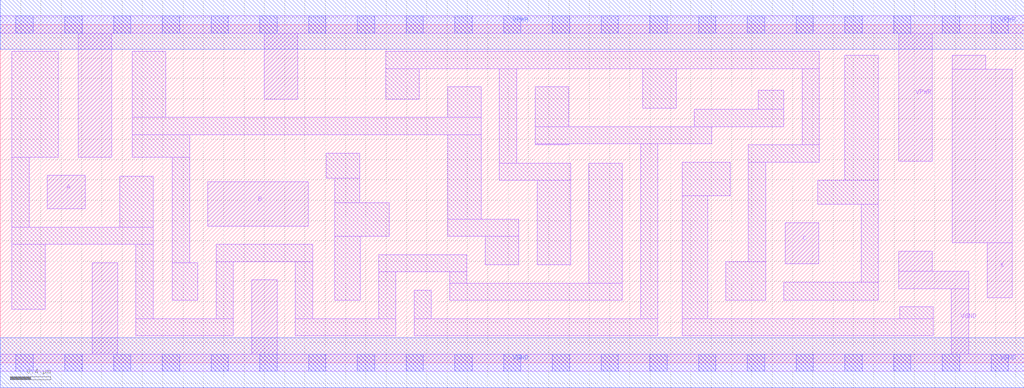
<source format=lef>
# Copyright 2020 The SkyWater PDK Authors
#
# Licensed under the Apache License, Version 2.0 (the "License");
# you may not use this file except in compliance with the License.
# You may obtain a copy of the License at
#
#     https://www.apache.org/licenses/LICENSE-2.0
#
# Unless required by applicable law or agreed to in writing, software
# distributed under the License is distributed on an "AS IS" BASIS,
# WITHOUT WARRANTIES OR CONDITIONS OF ANY KIND, either express or implied.
# See the License for the specific language governing permissions and
# limitations under the License.
#
# SPDX-License-Identifier: Apache-2.0

VERSION 5.7 ;
  NAMESCASESENSITIVE ON ;
  NOWIREEXTENSIONATPIN ON ;
  DIVIDERCHAR "/" ;
  BUSBITCHARS "[]" ;
UNITS
  DATABASE MICRONS 200 ;
END UNITS
MACRO sky130_fd_sc_lp__xnor3_lp
  CLASS CORE ;
  SOURCE USER ;
  FOREIGN sky130_fd_sc_lp__xnor3_lp ;
  ORIGIN  0.000000  0.000000 ;
  SIZE  10.08000 BY  3.330000 ;
  SYMMETRY X Y R90 ;
  SITE unit ;
  PIN A
    ANTENNAGATEAREA  0.376000 ;
    DIRECTION INPUT ;
    USE SIGNAL ;
    PORT
      LAYER li1 ;
        RECT 0.465000 1.515000 0.835000 1.845000 ;
    END
  END A
  PIN B
    ANTENNAGATEAREA  1.002000 ;
    DIRECTION INPUT ;
    USE SIGNAL ;
    PORT
      LAYER li1 ;
        RECT 2.045000 1.345000 3.030000 1.780000 ;
    END
  END B
  PIN C
    ANTENNAGATEAREA  0.689000 ;
    DIRECTION INPUT ;
    USE SIGNAL ;
    PORT
      LAYER li1 ;
        RECT 7.730000 0.975000 8.060000 1.380000 ;
    END
  END C
  PIN X
    ANTENNADIFFAREA  0.404700 ;
    DIRECTION OUTPUT ;
    USE SIGNAL ;
    PORT
      LAYER li1 ;
        RECT 9.375000 1.180000 9.965000 2.890000 ;
        RECT 9.375000 2.890000 9.705000 3.025000 ;
        RECT 9.715000 0.640000 9.965000 1.180000 ;
    END
  END X
  PIN VGND
    DIRECTION INOUT ;
    USE GROUND ;
    PORT
      LAYER li1 ;
        RECT 0.000000 -0.085000 10.080000 0.085000 ;
        RECT 0.905000  0.085000  1.155000 0.985000 ;
        RECT 2.475000  0.085000  2.725000 0.815000 ;
        RECT 8.845000  0.730000  9.535000 0.900000 ;
        RECT 8.845000  0.900000  9.175000 1.100000 ;
        RECT 9.365000  0.085000  9.535000 0.730000 ;
      LAYER mcon ;
        RECT 0.155000 -0.085000 0.325000 0.085000 ;
        RECT 0.635000 -0.085000 0.805000 0.085000 ;
        RECT 1.115000 -0.085000 1.285000 0.085000 ;
        RECT 1.595000 -0.085000 1.765000 0.085000 ;
        RECT 2.075000 -0.085000 2.245000 0.085000 ;
        RECT 2.555000 -0.085000 2.725000 0.085000 ;
        RECT 3.035000 -0.085000 3.205000 0.085000 ;
        RECT 3.515000 -0.085000 3.685000 0.085000 ;
        RECT 3.995000 -0.085000 4.165000 0.085000 ;
        RECT 4.475000 -0.085000 4.645000 0.085000 ;
        RECT 4.955000 -0.085000 5.125000 0.085000 ;
        RECT 5.435000 -0.085000 5.605000 0.085000 ;
        RECT 5.915000 -0.085000 6.085000 0.085000 ;
        RECT 6.395000 -0.085000 6.565000 0.085000 ;
        RECT 6.875000 -0.085000 7.045000 0.085000 ;
        RECT 7.355000 -0.085000 7.525000 0.085000 ;
        RECT 7.835000 -0.085000 8.005000 0.085000 ;
        RECT 8.315000 -0.085000 8.485000 0.085000 ;
        RECT 8.795000 -0.085000 8.965000 0.085000 ;
        RECT 9.275000 -0.085000 9.445000 0.085000 ;
        RECT 9.755000 -0.085000 9.925000 0.085000 ;
      LAYER met1 ;
        RECT 0.000000 -0.245000 10.080000 0.245000 ;
    END
  END VGND
  PIN VPWR
    DIRECTION INOUT ;
    USE POWER ;
    PORT
      LAYER li1 ;
        RECT 0.000000 3.245000 10.080000 3.415000 ;
        RECT 0.770000 2.025000  1.100000 3.245000 ;
        RECT 2.600000 2.595000  2.930000 3.245000 ;
        RECT 8.845000 1.985000  9.175000 3.245000 ;
      LAYER mcon ;
        RECT 0.155000 3.245000 0.325000 3.415000 ;
        RECT 0.635000 3.245000 0.805000 3.415000 ;
        RECT 1.115000 3.245000 1.285000 3.415000 ;
        RECT 1.595000 3.245000 1.765000 3.415000 ;
        RECT 2.075000 3.245000 2.245000 3.415000 ;
        RECT 2.555000 3.245000 2.725000 3.415000 ;
        RECT 3.035000 3.245000 3.205000 3.415000 ;
        RECT 3.515000 3.245000 3.685000 3.415000 ;
        RECT 3.995000 3.245000 4.165000 3.415000 ;
        RECT 4.475000 3.245000 4.645000 3.415000 ;
        RECT 4.955000 3.245000 5.125000 3.415000 ;
        RECT 5.435000 3.245000 5.605000 3.415000 ;
        RECT 5.915000 3.245000 6.085000 3.415000 ;
        RECT 6.395000 3.245000 6.565000 3.415000 ;
        RECT 6.875000 3.245000 7.045000 3.415000 ;
        RECT 7.355000 3.245000 7.525000 3.415000 ;
        RECT 7.835000 3.245000 8.005000 3.415000 ;
        RECT 8.315000 3.245000 8.485000 3.415000 ;
        RECT 8.795000 3.245000 8.965000 3.415000 ;
        RECT 9.275000 3.245000 9.445000 3.415000 ;
        RECT 9.755000 3.245000 9.925000 3.415000 ;
      LAYER met1 ;
        RECT 0.000000 3.085000 10.080000 3.575000 ;
    END
  END VPWR
  OBS
    LAYER li1 ;
      RECT 0.115000 0.525000 0.445000 1.165000 ;
      RECT 0.115000 1.165000 1.505000 1.335000 ;
      RECT 0.115000 1.335000 0.285000 2.025000 ;
      RECT 0.115000 2.025000 0.570000 3.065000 ;
      RECT 1.175000 1.335000 1.505000 1.835000 ;
      RECT 1.300000 2.025000 1.865000 2.245000 ;
      RECT 1.300000 2.245000 4.735000 2.415000 ;
      RECT 1.300000 2.415000 1.630000 3.065000 ;
      RECT 1.335000 0.265000 2.295000 0.435000 ;
      RECT 1.335000 0.435000 1.505000 1.165000 ;
      RECT 1.695000 0.615000 1.945000 0.985000 ;
      RECT 1.695000 0.985000 1.865000 2.025000 ;
      RECT 2.125000 0.435000 2.295000 0.995000 ;
      RECT 2.125000 0.995000 3.075000 1.165000 ;
      RECT 2.905000 0.265000 3.895000 0.435000 ;
      RECT 2.905000 0.435000 3.075000 0.995000 ;
      RECT 3.210000 1.815000 3.540000 2.065000 ;
      RECT 3.295000 0.615000 3.545000 1.245000 ;
      RECT 3.295000 1.245000 3.830000 1.575000 ;
      RECT 3.295000 1.575000 3.540000 1.815000 ;
      RECT 3.725000 0.435000 3.895000 0.895000 ;
      RECT 3.725000 0.895000 4.595000 1.065000 ;
      RECT 3.795000 2.595000 4.125000 2.895000 ;
      RECT 3.795000 2.895000 8.065000 3.065000 ;
      RECT 4.075000 0.265000 6.475000 0.435000 ;
      RECT 4.075000 0.435000 4.245000 0.715000 ;
      RECT 4.405000 1.245000 5.105000 1.415000 ;
      RECT 4.405000 1.415000 4.735000 2.245000 ;
      RECT 4.405000 2.415000 4.735000 2.715000 ;
      RECT 4.425000 0.615000 6.125000 0.785000 ;
      RECT 4.425000 0.785000 4.595000 0.895000 ;
      RECT 4.775000 0.965000 5.105000 1.245000 ;
      RECT 4.915000 1.795000 5.615000 1.965000 ;
      RECT 4.915000 1.965000 5.085000 2.895000 ;
      RECT 5.265000 2.145000 5.595000 2.155000 ;
      RECT 5.265000 2.155000 7.005000 2.325000 ;
      RECT 5.265000 2.325000 5.595000 2.715000 ;
      RECT 5.285000 0.965000 5.615000 1.795000 ;
      RECT 5.795000 0.785000 6.125000 1.965000 ;
      RECT 6.305000 0.435000 6.475000 2.155000 ;
      RECT 6.325000 2.505000 6.655000 2.895000 ;
      RECT 6.715000 0.265000 9.185000 0.435000 ;
      RECT 6.715000 0.435000 6.965000 1.645000 ;
      RECT 6.715000 1.645000 7.185000 1.975000 ;
      RECT 6.835000 2.325000 7.715000 2.495000 ;
      RECT 7.145000 0.615000 7.535000 0.995000 ;
      RECT 7.365000 0.995000 7.535000 1.975000 ;
      RECT 7.365000 1.975000 8.065000 2.145000 ;
      RECT 7.465000 2.495000 7.715000 2.685000 ;
      RECT 7.715000 0.615000 8.645000 0.795000 ;
      RECT 7.895000 2.145000 8.065000 2.895000 ;
      RECT 8.050000 1.560000 8.645000 1.795000 ;
      RECT 8.315000 1.795000 8.645000 3.025000 ;
      RECT 8.475000 0.795000 8.645000 1.560000 ;
      RECT 8.855000 0.435000 9.185000 0.550000 ;
  END
END sky130_fd_sc_lp__xnor3_lp

</source>
